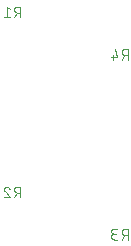
<source format=gbr>
G04 EAGLE Gerber RS-274X export*
G75*
%MOMM*%
%FSLAX34Y34*%
%LPD*%
%INSilkscreen Bottom*%
%IPPOS*%
%AMOC8*
5,1,8,0,0,1.08239X$1,22.5*%
G01*
%ADD10C,0.101600*%


D10*
X202692Y229362D02*
X202692Y238252D01*
X200223Y238252D01*
X200125Y238250D01*
X200027Y238244D01*
X199929Y238234D01*
X199832Y238221D01*
X199735Y238203D01*
X199639Y238182D01*
X199545Y238157D01*
X199451Y238128D01*
X199358Y238096D01*
X199267Y238059D01*
X199177Y238020D01*
X199089Y237976D01*
X199003Y237929D01*
X198918Y237879D01*
X198836Y237826D01*
X198756Y237769D01*
X198678Y237709D01*
X198603Y237646D01*
X198530Y237580D01*
X198460Y237511D01*
X198393Y237440D01*
X198328Y237366D01*
X198267Y237289D01*
X198208Y237210D01*
X198153Y237129D01*
X198101Y237046D01*
X198053Y236960D01*
X198008Y236873D01*
X197966Y236784D01*
X197928Y236694D01*
X197894Y236602D01*
X197863Y236509D01*
X197836Y236414D01*
X197813Y236319D01*
X197793Y236222D01*
X197778Y236126D01*
X197766Y236028D01*
X197758Y235930D01*
X197754Y235832D01*
X197754Y235734D01*
X197758Y235636D01*
X197766Y235538D01*
X197778Y235440D01*
X197793Y235344D01*
X197813Y235247D01*
X197836Y235152D01*
X197863Y235057D01*
X197894Y234964D01*
X197928Y234872D01*
X197966Y234782D01*
X198008Y234693D01*
X198053Y234606D01*
X198101Y234520D01*
X198153Y234437D01*
X198208Y234356D01*
X198267Y234277D01*
X198328Y234200D01*
X198393Y234126D01*
X198460Y234055D01*
X198530Y233986D01*
X198603Y233920D01*
X198678Y233857D01*
X198756Y233797D01*
X198836Y233740D01*
X198918Y233687D01*
X199003Y233637D01*
X199089Y233590D01*
X199177Y233546D01*
X199267Y233507D01*
X199358Y233470D01*
X199451Y233438D01*
X199545Y233409D01*
X199639Y233384D01*
X199735Y233363D01*
X199832Y233345D01*
X199929Y233332D01*
X200027Y233322D01*
X200125Y233316D01*
X200223Y233314D01*
X200223Y233313D02*
X202692Y233313D01*
X199729Y233313D02*
X197753Y229362D01*
X193842Y236276D02*
X191373Y238252D01*
X191373Y229362D01*
X193842Y229362D02*
X188903Y229362D01*
X202692Y85852D02*
X202692Y76962D01*
X202692Y85852D02*
X200223Y85852D01*
X200125Y85850D01*
X200027Y85844D01*
X199929Y85834D01*
X199832Y85821D01*
X199735Y85803D01*
X199639Y85782D01*
X199545Y85757D01*
X199451Y85728D01*
X199358Y85696D01*
X199267Y85659D01*
X199177Y85620D01*
X199089Y85576D01*
X199003Y85529D01*
X198918Y85479D01*
X198836Y85426D01*
X198756Y85369D01*
X198678Y85309D01*
X198603Y85246D01*
X198530Y85180D01*
X198460Y85111D01*
X198393Y85040D01*
X198328Y84966D01*
X198267Y84889D01*
X198208Y84810D01*
X198153Y84729D01*
X198101Y84646D01*
X198053Y84560D01*
X198008Y84473D01*
X197966Y84384D01*
X197928Y84294D01*
X197894Y84202D01*
X197863Y84109D01*
X197836Y84014D01*
X197813Y83919D01*
X197793Y83822D01*
X197778Y83726D01*
X197766Y83628D01*
X197758Y83530D01*
X197754Y83432D01*
X197754Y83334D01*
X197758Y83236D01*
X197766Y83138D01*
X197778Y83040D01*
X197793Y82944D01*
X197813Y82847D01*
X197836Y82752D01*
X197863Y82657D01*
X197894Y82564D01*
X197928Y82472D01*
X197966Y82382D01*
X198008Y82293D01*
X198053Y82206D01*
X198101Y82120D01*
X198153Y82037D01*
X198208Y81956D01*
X198267Y81877D01*
X198328Y81800D01*
X198393Y81726D01*
X198460Y81655D01*
X198530Y81586D01*
X198603Y81520D01*
X198678Y81457D01*
X198756Y81397D01*
X198836Y81340D01*
X198918Y81287D01*
X199003Y81237D01*
X199089Y81190D01*
X199177Y81146D01*
X199267Y81107D01*
X199358Y81070D01*
X199451Y81038D01*
X199545Y81009D01*
X199639Y80984D01*
X199735Y80963D01*
X199832Y80945D01*
X199929Y80932D01*
X200027Y80922D01*
X200125Y80916D01*
X200223Y80914D01*
X200223Y80913D02*
X202692Y80913D01*
X199729Y80913D02*
X197753Y76962D01*
X188903Y83630D02*
X188905Y83722D01*
X188911Y83814D01*
X188920Y83905D01*
X188933Y83996D01*
X188950Y84086D01*
X188971Y84176D01*
X188995Y84264D01*
X189023Y84352D01*
X189055Y84438D01*
X189090Y84523D01*
X189129Y84606D01*
X189171Y84688D01*
X189216Y84768D01*
X189265Y84846D01*
X189317Y84922D01*
X189372Y84995D01*
X189430Y85067D01*
X189490Y85136D01*
X189554Y85202D01*
X189620Y85266D01*
X189689Y85326D01*
X189761Y85384D01*
X189834Y85439D01*
X189910Y85491D01*
X189988Y85540D01*
X190068Y85585D01*
X190150Y85627D01*
X190233Y85666D01*
X190318Y85701D01*
X190404Y85733D01*
X190492Y85761D01*
X190580Y85785D01*
X190670Y85806D01*
X190760Y85823D01*
X190851Y85836D01*
X190942Y85845D01*
X191034Y85851D01*
X191126Y85853D01*
X191126Y85852D02*
X191232Y85850D01*
X191337Y85844D01*
X191442Y85834D01*
X191547Y85821D01*
X191651Y85803D01*
X191754Y85782D01*
X191857Y85757D01*
X191959Y85728D01*
X192059Y85695D01*
X192158Y85659D01*
X192256Y85619D01*
X192352Y85575D01*
X192447Y85528D01*
X192539Y85478D01*
X192630Y85424D01*
X192719Y85366D01*
X192805Y85306D01*
X192889Y85242D01*
X192971Y85176D01*
X193051Y85106D01*
X193127Y85033D01*
X193201Y84958D01*
X193272Y84880D01*
X193340Y84799D01*
X193406Y84716D01*
X193468Y84630D01*
X193526Y84543D01*
X193582Y84453D01*
X193634Y84361D01*
X193683Y84267D01*
X193728Y84172D01*
X193770Y84075D01*
X193808Y83976D01*
X193842Y83877D01*
X189644Y81901D02*
X189575Y81970D01*
X189509Y82040D01*
X189446Y82114D01*
X189387Y82190D01*
X189330Y82268D01*
X189276Y82348D01*
X189226Y82431D01*
X189179Y82515D01*
X189136Y82602D01*
X189096Y82690D01*
X189060Y82779D01*
X189027Y82870D01*
X188998Y82962D01*
X188973Y83056D01*
X188952Y83150D01*
X188934Y83245D01*
X188921Y83341D01*
X188911Y83437D01*
X188905Y83533D01*
X188903Y83630D01*
X189644Y81901D02*
X193842Y76962D01*
X188903Y76962D01*
X293697Y50038D02*
X293697Y41148D01*
X293697Y50038D02*
X291227Y50038D01*
X291129Y50036D01*
X291031Y50030D01*
X290933Y50020D01*
X290836Y50007D01*
X290739Y49989D01*
X290643Y49968D01*
X290549Y49943D01*
X290455Y49914D01*
X290362Y49882D01*
X290271Y49845D01*
X290181Y49806D01*
X290093Y49762D01*
X290007Y49715D01*
X289922Y49665D01*
X289840Y49612D01*
X289760Y49555D01*
X289682Y49495D01*
X289607Y49432D01*
X289534Y49366D01*
X289464Y49297D01*
X289397Y49226D01*
X289332Y49152D01*
X289271Y49075D01*
X289212Y48996D01*
X289157Y48915D01*
X289105Y48832D01*
X289057Y48746D01*
X289012Y48659D01*
X288970Y48570D01*
X288932Y48480D01*
X288898Y48388D01*
X288867Y48295D01*
X288840Y48200D01*
X288817Y48105D01*
X288797Y48008D01*
X288782Y47912D01*
X288770Y47814D01*
X288762Y47716D01*
X288758Y47618D01*
X288758Y47520D01*
X288762Y47422D01*
X288770Y47324D01*
X288782Y47226D01*
X288797Y47130D01*
X288817Y47033D01*
X288840Y46938D01*
X288867Y46843D01*
X288898Y46750D01*
X288932Y46658D01*
X288970Y46568D01*
X289012Y46479D01*
X289057Y46392D01*
X289105Y46306D01*
X289157Y46223D01*
X289212Y46142D01*
X289271Y46063D01*
X289332Y45986D01*
X289397Y45912D01*
X289464Y45841D01*
X289534Y45772D01*
X289607Y45706D01*
X289682Y45643D01*
X289760Y45583D01*
X289840Y45526D01*
X289922Y45473D01*
X290007Y45423D01*
X290093Y45376D01*
X290181Y45332D01*
X290271Y45293D01*
X290362Y45256D01*
X290455Y45224D01*
X290549Y45195D01*
X290643Y45170D01*
X290739Y45149D01*
X290836Y45131D01*
X290933Y45118D01*
X291031Y45108D01*
X291129Y45102D01*
X291227Y45100D01*
X291227Y45099D02*
X293697Y45099D01*
X290733Y45099D02*
X288758Y41148D01*
X284847Y41148D02*
X282377Y41148D01*
X282279Y41150D01*
X282181Y41156D01*
X282083Y41166D01*
X281986Y41179D01*
X281889Y41197D01*
X281793Y41218D01*
X281699Y41243D01*
X281605Y41272D01*
X281512Y41304D01*
X281421Y41341D01*
X281331Y41380D01*
X281243Y41424D01*
X281157Y41471D01*
X281072Y41521D01*
X280990Y41574D01*
X280910Y41631D01*
X280832Y41691D01*
X280757Y41754D01*
X280684Y41820D01*
X280614Y41889D01*
X280547Y41960D01*
X280482Y42034D01*
X280421Y42111D01*
X280362Y42190D01*
X280307Y42271D01*
X280255Y42354D01*
X280207Y42440D01*
X280162Y42527D01*
X280120Y42616D01*
X280082Y42706D01*
X280048Y42798D01*
X280017Y42891D01*
X279990Y42986D01*
X279967Y43081D01*
X279947Y43178D01*
X279932Y43274D01*
X279920Y43372D01*
X279912Y43470D01*
X279908Y43568D01*
X279908Y43666D01*
X279912Y43764D01*
X279920Y43862D01*
X279932Y43960D01*
X279947Y44056D01*
X279967Y44153D01*
X279990Y44248D01*
X280017Y44343D01*
X280048Y44436D01*
X280082Y44528D01*
X280120Y44618D01*
X280162Y44707D01*
X280207Y44794D01*
X280255Y44880D01*
X280307Y44963D01*
X280362Y45044D01*
X280421Y45123D01*
X280482Y45200D01*
X280547Y45274D01*
X280614Y45345D01*
X280684Y45414D01*
X280757Y45480D01*
X280832Y45543D01*
X280910Y45603D01*
X280990Y45660D01*
X281072Y45713D01*
X281157Y45763D01*
X281243Y45810D01*
X281331Y45854D01*
X281421Y45893D01*
X281512Y45930D01*
X281605Y45962D01*
X281699Y45991D01*
X281793Y46016D01*
X281889Y46037D01*
X281986Y46055D01*
X282083Y46068D01*
X282181Y46078D01*
X282279Y46084D01*
X282377Y46086D01*
X281884Y50038D02*
X284847Y50038D01*
X281884Y50038D02*
X281797Y50036D01*
X281709Y50030D01*
X281622Y50021D01*
X281536Y50007D01*
X281450Y49990D01*
X281366Y49969D01*
X281282Y49944D01*
X281199Y49915D01*
X281118Y49883D01*
X281038Y49848D01*
X280960Y49809D01*
X280883Y49766D01*
X280809Y49720D01*
X280737Y49671D01*
X280667Y49619D01*
X280599Y49563D01*
X280534Y49505D01*
X280471Y49444D01*
X280412Y49380D01*
X280355Y49313D01*
X280301Y49245D01*
X280250Y49173D01*
X280203Y49100D01*
X280158Y49025D01*
X280117Y48947D01*
X280080Y48868D01*
X280046Y48788D01*
X280016Y48706D01*
X279989Y48623D01*
X279966Y48538D01*
X279947Y48453D01*
X279932Y48367D01*
X279920Y48280D01*
X279912Y48193D01*
X279908Y48106D01*
X279908Y48018D01*
X279912Y47931D01*
X279920Y47844D01*
X279932Y47757D01*
X279947Y47671D01*
X279966Y47586D01*
X279989Y47501D01*
X280016Y47418D01*
X280046Y47336D01*
X280080Y47256D01*
X280117Y47177D01*
X280158Y47099D01*
X280203Y47024D01*
X280250Y46951D01*
X280301Y46879D01*
X280355Y46811D01*
X280412Y46744D01*
X280471Y46680D01*
X280534Y46619D01*
X280599Y46561D01*
X280667Y46505D01*
X280737Y46453D01*
X280809Y46404D01*
X280883Y46358D01*
X280960Y46315D01*
X281038Y46276D01*
X281118Y46241D01*
X281199Y46209D01*
X281282Y46180D01*
X281366Y46155D01*
X281450Y46134D01*
X281536Y46117D01*
X281622Y46103D01*
X281709Y46094D01*
X281797Y46088D01*
X281884Y46086D01*
X281884Y46087D02*
X283859Y46087D01*
X293697Y193548D02*
X293697Y202438D01*
X291227Y202438D01*
X291129Y202436D01*
X291031Y202430D01*
X290933Y202420D01*
X290836Y202407D01*
X290739Y202389D01*
X290643Y202368D01*
X290549Y202343D01*
X290455Y202314D01*
X290362Y202282D01*
X290271Y202245D01*
X290181Y202206D01*
X290093Y202162D01*
X290007Y202115D01*
X289922Y202065D01*
X289840Y202012D01*
X289760Y201955D01*
X289682Y201895D01*
X289607Y201832D01*
X289534Y201766D01*
X289464Y201697D01*
X289397Y201626D01*
X289332Y201552D01*
X289271Y201475D01*
X289212Y201396D01*
X289157Y201315D01*
X289105Y201232D01*
X289057Y201146D01*
X289012Y201059D01*
X288970Y200970D01*
X288932Y200880D01*
X288898Y200788D01*
X288867Y200695D01*
X288840Y200600D01*
X288817Y200505D01*
X288797Y200408D01*
X288782Y200312D01*
X288770Y200214D01*
X288762Y200116D01*
X288758Y200018D01*
X288758Y199920D01*
X288762Y199822D01*
X288770Y199724D01*
X288782Y199626D01*
X288797Y199530D01*
X288817Y199433D01*
X288840Y199338D01*
X288867Y199243D01*
X288898Y199150D01*
X288932Y199058D01*
X288970Y198968D01*
X289012Y198879D01*
X289057Y198792D01*
X289105Y198706D01*
X289157Y198623D01*
X289212Y198542D01*
X289271Y198463D01*
X289332Y198386D01*
X289397Y198312D01*
X289464Y198241D01*
X289534Y198172D01*
X289607Y198106D01*
X289682Y198043D01*
X289760Y197983D01*
X289840Y197926D01*
X289922Y197873D01*
X290007Y197823D01*
X290093Y197776D01*
X290181Y197732D01*
X290271Y197693D01*
X290362Y197656D01*
X290455Y197624D01*
X290549Y197595D01*
X290643Y197570D01*
X290739Y197549D01*
X290836Y197531D01*
X290933Y197518D01*
X291031Y197508D01*
X291129Y197502D01*
X291227Y197500D01*
X291227Y197499D02*
X293697Y197499D01*
X290733Y197499D02*
X288758Y193548D01*
X284847Y195524D02*
X282871Y202438D01*
X284847Y195524D02*
X279908Y195524D01*
X281390Y197499D02*
X281390Y193548D01*
M02*

</source>
